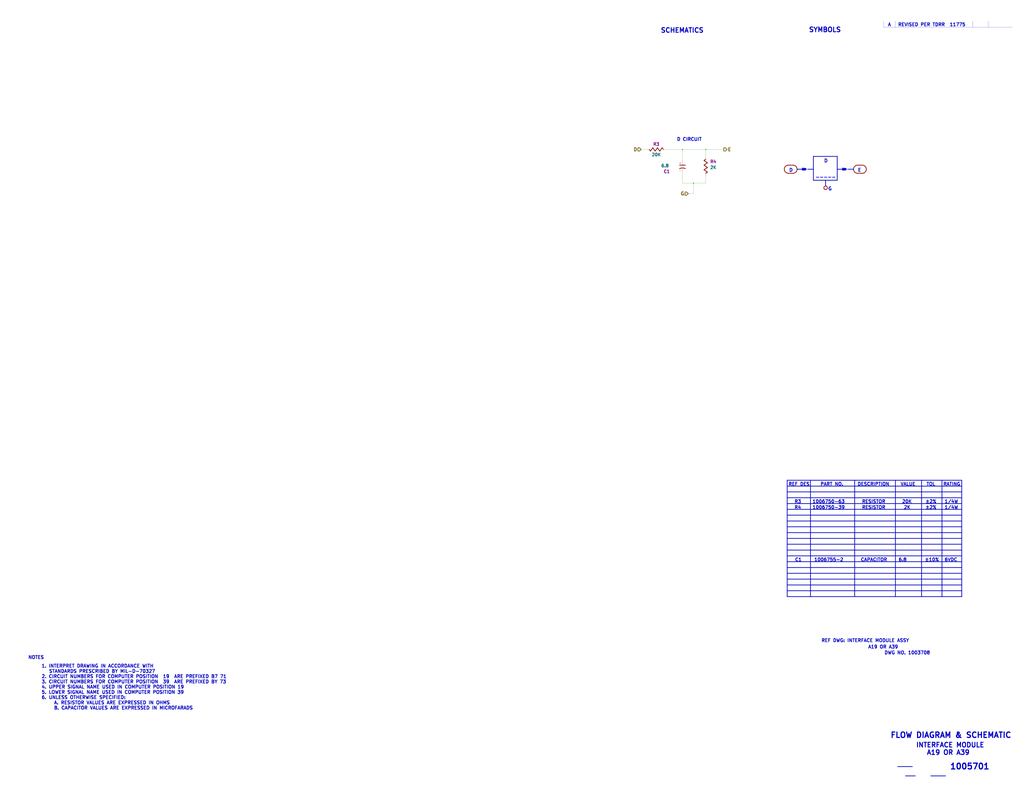
<source format=kicad_sch>
(kicad_sch (version 20211123) (generator eeschema)
  (paper "E")
  (lib_symbols
    (symbol "AGC_DSKY:Capacitor-Polarized" (pin_numbers hide) (pin_names (offset 0) hide)
      (property "Reference" "C" (at 4.445 5.08 0))
      (symbol "Capacitor-Polarized_0_0"
        (text "+" (at -2.54 4.445 0) (effects (font (size 3.556 3.556))))
        (text "-" (at -2.54 -3.81 0) (effects (font (size 3.556 3.556))))
      )
      (symbol "Capacitor-Polarized_0_1"
        (polyline (pts (xy -3.175 1.905) (xy 3.175 1.905)) (stroke (width 0.762)))
        (arc (start 3.175 -1.905) (mid 0 -1.2173) (end -3.175 -1.905) (stroke (width 0.762)))
      )
      (symbol "Capacitor-Polarized_1_1"
        (pin passive line (at 0 6.985 270) (length 5.08) (name "1") (number "1"))
        (pin passive line (at 0 -6.35 90) (length 5.08) (name "2") (number "2"))
      )
    )
    (symbol "AGC_DSKY:NodeGBody" (pin_numbers hide) (pin_names (offset 0) hide)
      (symbol "NodeGBody_0_1"
        (circle (center 0 0) (radius 1.905) (stroke (width 0.762)))
      )
    )
    (symbol "AGC_DSKY:OvalBody2" (pin_numbers hide) (pin_names (offset 0) hide)
      (symbol "OvalBody2_1_0"
        (arc (start -2.54 4.445) (mid -6.985 0) (end -2.54 -4.445) (stroke (width 0.762)))
        (polyline (pts (xy -2.54 -4.445) (xy 2.54 -4.445)) (stroke (width 0.762)))
        (polyline (pts (xy -2.54 4.445) (xy 2.54 4.445)) (stroke (width 0.762)))
        (arc (start 2.54 -4.445) (mid 6.985 0) (end 2.54 4.445) (stroke (width 0.762)))
      )
    )
    (symbol "AGC_DSKY:Resistor" (pin_numbers hide) (pin_names (offset 0) hide)
      (property "Reference" "R" (at -0.635 -4.445 0))
      (symbol "Resistor_0_1"
        (polyline (pts (xy -7.62 0) (xy -6.35 -1.905) (xy -3.81 1.905) (xy -1.27 -1.905) (xy 1.27 1.905) (xy 3.81 -1.905) (xy 6.35 1.905) (xy 7.62 0)) (stroke (width 0.762)))
      )
      (symbol "Resistor_1_1"
        (pin passive line (at -10.16 0 0) (length 2.54) (name "1") (number "1"))
        (pin passive line (at 10.16 0 180) (length 2.54) (name "2") (number "2"))
      )
    )
  )
  (junction (at 744.855 163.195))
  (junction (at 770.255 163.195))
  (junction (at 756.92 200.025))
  (polyline (pts (xy 882.015 184.785) (xy 875.665 182.88)) (stroke (width 0) (type solid)))
  (polyline (pts (xy 977.011 23.114) (xy 977.011 29.718)) (stroke (width 0) (type solid)))
  (polyline (pts (xy 964.311 29.718) (xy 1104.9 29.718)) (stroke (width 0) (type solid)))
  (polyline (pts (xy 887.73 170.815) (xy 887.73 196.85)) (stroke (width 0.762) (type solid)))
  (wire (pts (xy 756.92 200.025) (xy 770.255 200.025)))
  (polyline (pts (xy 859.155 632.46) (xy 1049.655 632.46)) (stroke (width 0.762) (type solid)))
  (polyline (pts (xy 876.3 184.785) (xy 878.84 184.785)) (stroke (width 2.54) (type solid)))
  (wire (pts (xy 770.255 200.025) (xy 770.255 191.77)))
  (wire (pts (xy 770.255 163.195) (xy 789.94 163.195)))
  (polyline (pts (xy 901.065 196.85) (xy 901.065 203.2)) (stroke (width 0.762) (type solid)))
  (polyline (pts (xy 875.665 186.69) (xy 882.015 184.785)) (stroke (width 0) (type solid)))
  (polyline (pts (xy 859.155 524.51) (xy 1049.655 524.51)) (stroke (width 0.762) (type solid)))
  (wire (pts (xy 756.92 211.455) (xy 751.205 211.455)))
  (polyline (pts (xy 882.015 184.785) (xy 887.73 184.785)) (stroke (width 0.762) (type solid)))
  (polyline (pts (xy 1078.611 23.114) (xy 1078.611 29.718)) (stroke (width 0) (type solid)))
  (polyline (pts (xy 859.155 537.21) (xy 1049.655 537.21)) (stroke (width 0.762) (type solid)))
  (wire (pts (xy 744.855 188.595) (xy 744.855 200.025)))
  (wire (pts (xy 756.92 200.025) (xy 756.92 211.455)))
  (polyline (pts (xy 920.115 184.785) (xy 922.655 184.785)) (stroke (width 2.54) (type solid)))
  (polyline (pts (xy 859.155 651.51) (xy 1049.655 651.51)) (stroke (width 0.762) (type solid)))
  (wire (pts (xy 706.12 163.195) (xy 699.77 163.195)))
  (polyline (pts (xy 869.95 184.785) (xy 875.665 184.785)) (stroke (width 0.762) (type solid)))
  (polyline (pts (xy 913.765 170.815) (xy 887.73 170.815)) (stroke (width 0.762) (type solid)))
  (polyline (pts (xy 1049.655 524.51) (xy 1049.655 651.51)) (stroke (width 0.762) (type solid)))
  (polyline (pts (xy 859.155 581.66) (xy 1049.655 581.66)) (stroke (width 0.762) (type solid)))
  (polyline (pts (xy 859.155 549.91) (xy 1049.655 549.91)) (stroke (width 0.762) (type solid)))
  (polyline (pts (xy 859.155 543.56) (xy 1049.655 543.56)) (stroke (width 0.762) (type solid)))
  (polyline (pts (xy 859.155 524.51) (xy 859.155 651.51)) (stroke (width 0.762) (type solid)))
  (polyline (pts (xy 859.155 645.16) (xy 1049.655 645.16)) (stroke (width 0.762) (type solid)))
  (polyline (pts (xy 925.83 184.785) (xy 919.48 182.88)) (stroke (width 0) (type solid)))
  (polyline (pts (xy 859.155 619.76) (xy 1049.655 619.76)) (stroke (width 0.762) (type solid)))
  (polyline (pts (xy 913.765 184.785) (xy 919.48 184.785)) (stroke (width 0.762) (type solid)))
  (wire (pts (xy 744.855 175.26) (xy 744.855 163.195)))
  (polyline (pts (xy 964.311 23.114) (xy 964.311 29.718)) (stroke (width 0) (type solid)))
  (polyline (pts (xy 859.155 600.71) (xy 1049.655 600.71)) (stroke (width 0.762) (type solid)))
  (polyline (pts (xy 859.155 568.96) (xy 1049.655 568.96)) (stroke (width 0.762) (type solid)))
  (polyline (pts (xy 859.155 613.41) (xy 1049.655 613.41)) (stroke (width 0.762) (type solid)))
  (polyline (pts (xy 859.155 530.86) (xy 1049.655 530.86)) (stroke (width 0.762) (type solid)))
  (polyline (pts (xy 925.83 184.785) (xy 931.545 184.785)) (stroke (width 0.762) (type solid)))
  (wire (pts (xy 744.855 200.025) (xy 756.92 200.025)))
  (polyline (pts (xy 859.155 607.06) (xy 1049.655 607.06)) (stroke (width 0.762) (type solid)))
  (wire (pts (xy 726.44 163.195) (xy 744.855 163.195)))
  (polyline (pts (xy 875.665 182.88) (xy 875.665 186.69)) (stroke (width 0) (type solid)))
  (polyline (pts (xy 859.155 556.26) (xy 1049.655 556.26)) (stroke (width 0.762) (type solid)))
  (polyline (pts (xy 859.155 588.01) (xy 1049.655 588.01)) (stroke (width 0.762) (type solid)))
  (polyline (pts (xy 919.48 182.88) (xy 919.48 186.69)) (stroke (width 0) (type solid)))
  (polyline (pts (xy 859.155 638.81) (xy 1049.655 638.81)) (stroke (width 0.762) (type solid)))
  (polyline (pts (xy 859.155 626.11) (xy 1049.655 626.11)) (stroke (width 0.762) (type solid)))
  (wire (pts (xy 744.855 163.195) (xy 770.255 163.195)))
  (polyline (pts (xy 977.265 524.51) (xy 977.265 651.51)) (stroke (width 0.762) (type solid)))
  (polyline (pts (xy 919.48 186.69) (xy 925.83 184.785)) (stroke (width 0) (type solid)))
  (polyline (pts (xy 859.155 562.61) (xy 1049.655 562.61)) (stroke (width 0.762) (type solid)))
  (polyline (pts (xy 932.815 524.51) (xy 932.815 651.51)) (stroke (width 0.762) (type solid)))
  (polyline (pts (xy 884.555 524.51) (xy 884.555 651.51)) (stroke (width 0.762) (type solid)))
  (polyline (pts (xy 859.155 575.31) (xy 1049.655 575.31)) (stroke (width 0.762) (type solid)))
  (polyline (pts (xy 887.73 196.85) (xy 913.765 196.85)) (stroke (width 0.762) (type solid)))
  (polyline (pts (xy 1005.84 524.51) (xy 1005.84 651.51)) (stroke (width 0.762) (type solid)))
  (polyline (pts (xy 1028.065 524.51) (xy 1028.065 651.51)) (stroke (width 0.762) (type solid)))
  (wire (pts (xy 770.255 171.45) (xy 770.255 163.195)))
  (polyline (pts (xy 913.765 196.85) (xy 913.765 170.815)) (stroke (width 0.762) (type solid)))
  (polyline (pts (xy 1061.72 23.114) (xy 1061.72 29.718)) (stroke (width 0) (type solid)))
  (polyline (pts (xy 859.155 594.36) (xy 1049.655 594.36)) (stroke (width 0.762) (type solid)))
  (text "______" (at 1032.51 847.725 180) (effects (font (size 3.556 3.556) (thickness 0.7112) bold) (justify right bottom)))
  (text "______" (at 996.315 837.565 180) (effects (font (size 3.556 3.556) (thickness 0.7112) bold) (justify right bottom)))
  (text "NOTES" (at 48.26 720.09 180) (effects (font (size 3.556 3.556) (thickness 0.7112) bold) (justify right bottom)))
  (text "1006750-63" (at 886.46 549.91 0) (effects (font (size 3.556 3.556) (thickness 0.7112) bold) (justify left bottom)))
  (text "RESISTOR" (at 940.435 556.26 0) (effects (font (size 3.556 3.556) (thickness 0.7112) bold) (justify left bottom)))
  (text "20K" (at 984.25 549.91 0) (effects (font (size 3.556 3.556) (thickness 0.7112) bold) (justify left bottom)))
  (text "1005701" (at 1036.447 840.867 0) (effects (font (size 6.35 6.35) (thickness 1.27) bold) (justify left bottom)))
  (text "1006750-39" (at 886.46 556.26 0) (effects (font (size 3.556 3.556) (thickness 0.7112) bold) (justify left bottom)))
  (text "1. INTERPRET DRAWING IN ACCORDANCE WITH\n   STANDARDS PRESCRIBED BY MIL-D-70327\n2. CIRCUIT NUMBERS FOR COMPUTER POSITION  19  ARE PREFIXED B7 71\n3. CIRCUIT NUMBERS FOR COMPUTER POSITION  39  ARE PREFIXED BY 73\n4. UPPER SIGNAL NAME USED IN COMPUTER POSITION 19\n5. LOWER SIGNAL NAME USED IN COMPUTER POSITION 39\n6. UNLESS OTHERWISE SPECIFIED:\n     A. RESISTOR VALUES ARE EXPRESSED IN OHMS\n     B. CAPACITOR VALUES ARE EXPRESSED IN MICROFARADS" (at 45.085 775.335 0) (effects (font (size 3.556 3.556) (thickness 0.7112) bold) (justify left bottom)))
  (text "PART NO." (at 920.75 530.86 180) (effects (font (size 3.556 3.556) (thickness 0.7112) bold) (justify right bottom)))
  (text "2K" (at 986.155 556.26 0) (effects (font (size 3.556 3.556) (thickness 0.7112) bold) (justify left bottom)))
  (text "CAPACITOR" (at 939.165 613.41 0) (effects (font (size 3.556 3.556) (thickness 0.7112) bold) (justify left bottom)))
  (text "±10%" (at 1009.015 613.41 0) (effects (font (size 3.556 3.556) (thickness 0.7112) bold) (justify left bottom)))
  (text "-----" (at 889.635 195.58 0) (effects (font (size 3.556 3.556) (thickness 0.7112) bold) (justify left bottom)))
  (text "D CIRCUIT" (at 738.505 154.305 0) (effects (font (size 3.556 3.556) (thickness 0.7112) bold) (justify left bottom)))
  (text "____" (at 999.49 847.725 180) (effects (font (size 3.556 3.556) (thickness 0.7112) bold) (justify right bottom)))
  (text "VALUE" (at 999.49 530.86 180) (effects (font (size 3.556 3.556) (thickness 0.7112) bold) (justify right bottom)))
  (text "1/4W" (at 1030.605 556.26 0) (effects (font (size 3.556 3.556) (thickness 0.7112) bold) (justify left bottom)))
  (text "DESCRIPTION" (at 970.915 530.86 180) (effects (font (size 3.556 3.556) (thickness 0.7112) bold) (justify right bottom)))
  (text "A19 OR A39" (at 980.44 708.66 180) (effects (font (size 3.556 3.556) (thickness 0.7112) bold) (justify right bottom)))
  (text "INTERFACE MODULE\n   A19 OR A39" (at 999.49 824.865 0) (effects (font (size 5.08 5.08) (thickness 1.016) bold) (justify left bottom)))
  (text "FLOW DIAGRAM & SCHEMATIC" (at 971.55 806.45 0) (effects (font (size 5.9944 5.9944) (thickness 1.1989) bold) (justify left bottom)))
  (text "D" (at 861.06 187.96 0) (effects (font (size 3.556 3.556) (thickness 0.7112) bold) (justify left bottom)))
  (text "1006755-2" (at 888.365 613.41 0) (effects (font (size 3.556 3.556) (thickness 0.7112) bold) (justify left bottom)))
  (text "REF DWG: INTERFACE MODULE ASSY" (at 992.505 701.675 180) (effects (font (size 3.556 3.556) (thickness 0.7112) bold) (justify right bottom)))
  (text "SYMBOLS" (at 918.21 35.56 180) (effects (font (size 5.08 5.08) (thickness 1.016) bold) (justify right bottom)))
  (text "RESISTOR" (at 940.435 549.91 0) (effects (font (size 3.556 3.556) (thickness 0.7112) bold) (justify left bottom)))
  (text "SCHEMATICS" (at 768.35 36.195 180) (effects (font (size 5.08 5.08) (thickness 1.016) bold) (justify right bottom)))
  (text "RATING" (at 1048.385 530.86 180) (effects (font (size 3.556 3.556) (thickness 0.7112) bold) (justify right bottom)))
  (text "D" (at 899.16 177.8 0) (effects (font (size 3.556 3.556) (thickness 0.7112) bold) (justify left bottom)))
  (text "TOL" (at 1021.08 530.86 180) (effects (font (size 3.556 3.556) (thickness 0.7112) bold) (justify right bottom)))
  (text "E" (at 935.99 187.96 0) (effects (font (size 3.556 3.556) (thickness 0.7112) bold) (justify left bottom)))
  (text "±2%" (at 1009.65 549.91 0) (effects (font (size 3.556 3.556) (thickness 0.7112) bold) (justify left bottom)))
  (text "G" (at 903.605 208.28 0) (effects (font (size 3.556 3.556) (thickness 0.7112) bold) (justify left bottom)))
  (text "R4" (at 866.775 556.26 0) (effects (font (size 3.556 3.556) (thickness 0.7112) bold) (justify left bottom)))
  (text "1/4W" (at 1030.605 549.91 0) (effects (font (size 3.556 3.556) (thickness 0.7112) bold) (justify left bottom)))
  (text "6.8" (at 980.44 613.41 0) (effects (font (size 3.556 3.556) (thickness 0.7112) bold) (justify left bottom)))
  (text "C1" (at 867.41 613.41 0) (effects (font (size 3.556 3.556) (thickness 0.7112) bold) (justify left bottom)))
  (text "±2%" (at 1009.65 556.26 0) (effects (font (size 3.556 3.556) (thickness 0.7112) bold) (justify left bottom)))
  (text "A   REVISED PER TDRR  11775" (at 968.756 29.083 0) (effects (font (size 3.556 3.556) (thickness 0.7112) bold) (justify left bottom)))
  (text "DWG NO. 1003708" (at 1015.365 715.01 180) (effects (font (size 3.556 3.556) (thickness 0.7112) bold) (justify right bottom)))
  (text "6VDC" (at 1030.605 613.41 0) (effects (font (size 3.556 3.556) (thickness 0.7112) bold) (justify left bottom)))
  (text "REF DES" (at 883.92 530.86 180) (effects (font (size 3.556 3.556) (thickness 0.7112) bold) (justify right bottom)))
  (text "R3" (at 866.775 549.91 0) (effects (font (size 3.556 3.556) (thickness 0.7112) bold) (justify left bottom)))
  (hierarchical_label "G" (shape input) (at 751.205 211.455 180) (effects (font (size 3.556 3.556) (thickness 0.7112) bold)))
  (hierarchical_label "D" (shape input) (at 699.77 163.195 180) (effects (font (size 3.556 3.556) (thickness 0.7112) bold)))
  (hierarchical_label "E" (shape output) (at 789.94 163.195 0) (effects (font (size 3.556 3.556) (thickness 0.7112) bold)))
  (symbol (lib_id "AGC_DSKY:NodeGBody") (at 901.065 205.105 0)
    (property "Reference" "N2201" (effects hide))
    (property "Value" "NodeGBody" (effects hide))
  )
  (symbol (lib_id "AGC_DSKY:OvalBody2") (at 938.53 184.785 0)
    (property "Reference" "X2202" (effects hide))
    (property "Value" "OvalBody2" (effects hide))
  )
  (symbol (lib_id "AGC_DSKY:OvalBody2") (at 862.965 184.785 0)
    (property "Reference" "X2201" (effects hide))
    (property "Value" "OvalBody2" (effects hide))
  )
  (symbol (lib_id "AGC_DSKY:Resistor") (at 716.28 163.195 0)
    (property "Reference" "3R3" (effects hide))
    (property "Value" "20K" (at 716.28 168.91 0) (effects (font (size 3.302 3.302) bold)))
    (property "baseRefd" "R3" (at 716.28 157.48 0) (effects (font (size 3.302 3.302) bold)))
  )
  (symbol (lib_id "AGC_DSKY:Resistor") (at 770.255 181.61 270)
    (property "Reference" "3R4" (effects hide))
    (property "Value" "2K" (at 778.51 182.88 90) (effects (font (size 3.302 3.302) bold)))
    (property "baseRefd" "R4" (at 778.51 176.53 90) (effects (font (size 3.302 3.302) bold)))
  )
  (symbol (lib_id "AGC_DSKY:Capacitor-Polarized") (at 744.855 182.245 0)
    (property "Reference" "3C1" (effects hide))
    (property "Value" "6.8" (at 725.805 180.975 0) (effects (font (size 3.302 3.302) bold)))
    (property "baseRefd" "C1" (at 727.71 187.325 0) (effects (font (size 3.302 3.302) bold)))
  )
)
</source>
